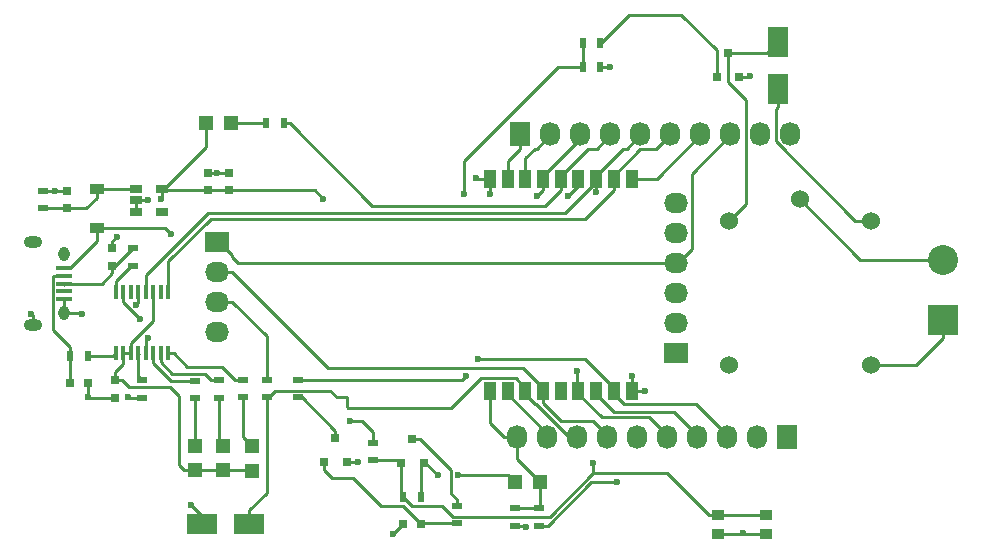
<source format=gbr>
G04 #@! TF.FileFunction,Copper,L1,Top,Signal*
%FSLAX46Y46*%
G04 Gerber Fmt 4.6, Leading zero omitted, Abs format (unit mm)*
G04 Created by KiCad (PCBNEW 4.0.2-4+6225~38~ubuntu15.10.1-stable) date Sat 09 Apr 2016 11:14:47 AM CDT*
%MOMM*%
G01*
G04 APERTURE LIST*
%ADD10C,0.100000*%
%ADD11R,1.800860X2.499360*%
%ADD12R,1.198880X1.198880*%
%ADD13R,1.000000X1.500000*%
%ADD14R,0.400000X1.200000*%
%ADD15R,1.727200X2.032000*%
%ADD16O,1.727200X2.032000*%
%ADD17R,1.060000X0.650000*%
%ADD18R,0.900000X0.500000*%
%ADD19R,0.750000X0.800000*%
%ADD20R,0.800000X0.750000*%
%ADD21R,2.032000X1.727200*%
%ADD22O,2.032000X1.727200*%
%ADD23R,1.350000X0.400000*%
%ADD24O,0.950000X1.250000*%
%ADD25O,1.550000X1.000000*%
%ADD26R,2.540000X2.540000*%
%ADD27C,2.540000*%
%ADD28R,0.800100X0.800100*%
%ADD29R,0.500000X0.900000*%
%ADD30C,1.524000*%
%ADD31R,1.000000X0.900000*%
%ADD32R,1.220000X0.910000*%
%ADD33R,2.499360X1.800860*%
%ADD34C,0.600000*%
%ADD35C,0.250000*%
%ADD36C,0.127000*%
G04 APERTURE END LIST*
D10*
D11*
X173440000Y-52378980D03*
X173440000Y-48381020D03*
D12*
X125040000Y-55280000D03*
X127138040Y-55280000D03*
D13*
X152046000Y-59966000D03*
X150546000Y-59966000D03*
X149046000Y-59966000D03*
X153546000Y-59966000D03*
X155046000Y-59966000D03*
X156546000Y-59966000D03*
X161046000Y-59966000D03*
X159546000Y-59966000D03*
X158046000Y-59966000D03*
X158046000Y-77966000D03*
X159546000Y-77966000D03*
X161046000Y-77966000D03*
X156546000Y-77966000D03*
X155046000Y-77966000D03*
X153546000Y-77966000D03*
X149046000Y-77966000D03*
X150546000Y-77966000D03*
X152046000Y-77966000D03*
D14*
X121812500Y-69562000D03*
X121177500Y-69562000D03*
X120542500Y-69562000D03*
X119907500Y-69562000D03*
X119272500Y-69562000D03*
X118637500Y-69562000D03*
X118002500Y-69562000D03*
X117367500Y-69562000D03*
X117367500Y-74762000D03*
X118002500Y-74762000D03*
X118637500Y-74762000D03*
X119272500Y-74762000D03*
X119907500Y-74762000D03*
X120542500Y-74762000D03*
X121177500Y-74762000D03*
X121812500Y-74762000D03*
D15*
X174200000Y-81814000D03*
D16*
X171660000Y-81814000D03*
X169120000Y-81814000D03*
X166580000Y-81814000D03*
X164040000Y-81814000D03*
X161500000Y-81814000D03*
X158960000Y-81814000D03*
X156420000Y-81814000D03*
X153880000Y-81814000D03*
X151340000Y-81814000D03*
D12*
X124040000Y-84674040D03*
X124040000Y-82576000D03*
D17*
X119082000Y-60864000D03*
X119082000Y-61814000D03*
X119082000Y-62764000D03*
X121282000Y-62764000D03*
X121282000Y-60864000D03*
D18*
X118828000Y-67336000D03*
X118828000Y-65836000D03*
D19*
X125178000Y-59474000D03*
X125178000Y-60974000D03*
X126956000Y-59474000D03*
X126956000Y-60974000D03*
D20*
X143212000Y-89180000D03*
X141712000Y-89180000D03*
X113506000Y-77242000D03*
X115006000Y-77242000D03*
D19*
X117050000Y-67336000D03*
X117050000Y-65836000D03*
D12*
X153289020Y-85680000D03*
X151190980Y-85680000D03*
X126440000Y-84678040D03*
X126440000Y-82580000D03*
X128940000Y-84729020D03*
X128940000Y-82630980D03*
D21*
X164802000Y-74702000D03*
D22*
X164802000Y-72162000D03*
X164802000Y-69622000D03*
X164802000Y-67082000D03*
X164802000Y-64542000D03*
X164802000Y-62002000D03*
D15*
X151594000Y-56160000D03*
D16*
X154134000Y-56160000D03*
X156674000Y-56160000D03*
X159214000Y-56160000D03*
X161754000Y-56160000D03*
X164294000Y-56160000D03*
X166834000Y-56160000D03*
X169374000Y-56160000D03*
X171914000Y-56160000D03*
X174454000Y-56160000D03*
D23*
X113024540Y-67559100D03*
X113024540Y-68209100D03*
X113024540Y-68859100D03*
X113024540Y-69509100D03*
X113024540Y-70159100D03*
D24*
X113024540Y-66359100D03*
X113024540Y-71359100D03*
D25*
X110324540Y-65359100D03*
X110324540Y-72359100D03*
D26*
X187408000Y-71908000D03*
D27*
X187408000Y-66828000D03*
D28*
X168236000Y-51334000D03*
X170136000Y-51334000D03*
X169186000Y-49335020D03*
X135016000Y-83962000D03*
X136916000Y-83962000D03*
X135966000Y-81963020D03*
X141540000Y-84034000D03*
X143440000Y-84034000D03*
X142490000Y-82035020D03*
D18*
X153240000Y-87880000D03*
X153240000Y-89380000D03*
D29*
X156890000Y-50480000D03*
X158390000Y-50480000D03*
D18*
X111208000Y-62498000D03*
X111208000Y-60998000D03*
X130140000Y-76980000D03*
X130140000Y-78480000D03*
X151140000Y-89380000D03*
X151140000Y-87880000D03*
X146260000Y-87656000D03*
X146260000Y-89156000D03*
D29*
X143212000Y-86894000D03*
X141712000Y-86894000D03*
X130090000Y-55280000D03*
X131590000Y-55280000D03*
D18*
X132798000Y-77000000D03*
X132798000Y-78500000D03*
D29*
X114994000Y-74956000D03*
X113494000Y-74956000D03*
D18*
X126140000Y-78512000D03*
X126140000Y-77012000D03*
D29*
X156890000Y-48480000D03*
X158390000Y-48480000D03*
D18*
X124040000Y-78580000D03*
X124040000Y-77080000D03*
X139140000Y-83830000D03*
X139140000Y-82330000D03*
X128140000Y-78480000D03*
X128140000Y-76980000D03*
D30*
X181312000Y-63526000D03*
X181312000Y-75726000D03*
X169312000Y-75726000D03*
X169312000Y-63526000D03*
X175312000Y-61726000D03*
D31*
X168322000Y-88418000D03*
X168322000Y-90018000D03*
X172422000Y-88418000D03*
X172422000Y-90018000D03*
D18*
X119590000Y-78512000D03*
X119590000Y-77012000D03*
D21*
X125940000Y-65304000D03*
D22*
X125940000Y-67844000D03*
X125940000Y-70384000D03*
X125940000Y-72924000D03*
D19*
X113240000Y-62498000D03*
X113240000Y-60998000D03*
X117304000Y-77012000D03*
X117304000Y-78512000D03*
D32*
X115790000Y-60845000D03*
X115790000Y-64115000D03*
D33*
X128688980Y-89180000D03*
X124691020Y-89180000D03*
D34*
X123740000Y-87580000D03*
X159240000Y-50480000D03*
X171040000Y-51280000D03*
X149040000Y-61280000D03*
X147840000Y-59880000D03*
X155640000Y-61480000D03*
X162140000Y-77980000D03*
X161040000Y-76680000D03*
X170440000Y-89980000D03*
X137840000Y-83980000D03*
X140840000Y-90080000D03*
X115040000Y-78480000D03*
X117440000Y-64880000D03*
X120110000Y-61820000D03*
X114510000Y-71400000D03*
X110192000Y-71400000D03*
X125940000Y-59462000D03*
X112224000Y-60986000D03*
X119082000Y-70638000D03*
X120098000Y-73432000D03*
X153040000Y-61480000D03*
X157740000Y-84080000D03*
X122040000Y-64680000D03*
X148040000Y-75280000D03*
X147040000Y-76680000D03*
X159840000Y-85680000D03*
X156440000Y-76280000D03*
X146840000Y-61280000D03*
X118440000Y-78480000D03*
X121240000Y-61680000D03*
X134940000Y-61680000D03*
X158040000Y-61080000D03*
X152140000Y-89480000D03*
X146340000Y-85080000D03*
X144640000Y-85080000D03*
X137240000Y-80480000D03*
X119440000Y-71880000D03*
D35*
X115780000Y-60875000D02*
X119071000Y-60875000D01*
X119071000Y-60875000D02*
X119082000Y-60864000D01*
X113240000Y-62498000D02*
X114862000Y-62498000D01*
X114862000Y-62498000D02*
X115780000Y-61580000D01*
X115780000Y-61580000D02*
X115780000Y-60875000D01*
X111208000Y-62498000D02*
X113240000Y-62498000D01*
X124691020Y-89180000D02*
X124691020Y-88531020D01*
X124691020Y-88531020D02*
X123740000Y-87580000D01*
X158390000Y-50480000D02*
X159240000Y-50480000D01*
X170136000Y-51334000D02*
X170986000Y-51334000D01*
X170986000Y-51334000D02*
X171040000Y-51280000D01*
X149046000Y-59966000D02*
X149046000Y-61274000D01*
X149046000Y-61274000D02*
X149040000Y-61280000D01*
X149046000Y-59966000D02*
X147926000Y-59966000D01*
X147926000Y-59966000D02*
X147840000Y-59880000D01*
X156546000Y-59966000D02*
X156546000Y-60574000D01*
X156546000Y-60574000D02*
X155640000Y-61480000D01*
X161046000Y-77966000D02*
X162126000Y-77966000D01*
X162126000Y-77966000D02*
X162140000Y-77980000D01*
X161046000Y-77966000D02*
X161046000Y-76686000D01*
X161046000Y-76686000D02*
X161040000Y-76680000D01*
X172422000Y-90018000D02*
X170478000Y-90018000D01*
X170478000Y-90018000D02*
X170440000Y-89980000D01*
X168322000Y-90018000D02*
X170402000Y-90018000D01*
X170402000Y-90018000D02*
X170440000Y-89980000D01*
X136916000Y-83962000D02*
X137822000Y-83962000D01*
X137822000Y-83962000D02*
X137840000Y-83980000D01*
X141712000Y-89180000D02*
X141712000Y-89208000D01*
X141712000Y-89208000D02*
X140840000Y-90080000D01*
X117304000Y-78512000D02*
X115072000Y-78512000D01*
X115072000Y-78512000D02*
X115040000Y-78480000D01*
X115006000Y-77242000D02*
X115006000Y-78446000D01*
X115006000Y-78446000D02*
X115040000Y-78480000D01*
X117050000Y-65836000D02*
X117050000Y-65270000D01*
X117050000Y-65270000D02*
X117440000Y-64880000D01*
X119082000Y-61814000D02*
X120104000Y-61814000D01*
X120104000Y-61814000D02*
X120110000Y-61820000D01*
X119082000Y-61814000D02*
X119082000Y-62764000D01*
X113024540Y-71359100D02*
X114469100Y-71359100D01*
X114469100Y-71359100D02*
X114510000Y-71400000D01*
X110324540Y-72359100D02*
X110324540Y-71532540D01*
X110324540Y-71532540D02*
X110192000Y-71400000D01*
X111008000Y-60998000D02*
X111208000Y-60998000D01*
X113024540Y-70159100D02*
X113024540Y-71359100D01*
X126956000Y-59474000D02*
X125952000Y-59474000D01*
X125952000Y-59474000D02*
X125940000Y-59462000D01*
X125178000Y-59474000D02*
X125928000Y-59474000D01*
X125928000Y-59474000D02*
X125940000Y-59462000D01*
X113240000Y-60998000D02*
X112236000Y-60998000D01*
X112236000Y-60998000D02*
X112224000Y-60986000D01*
X111208000Y-60998000D02*
X112212000Y-60998000D01*
X112212000Y-60998000D02*
X112224000Y-60986000D01*
X119272500Y-69562000D02*
X119272500Y-70447500D01*
X119272500Y-70447500D02*
X119082000Y-70638000D01*
X119907500Y-74762000D02*
X119907500Y-73622500D01*
X119907500Y-73622500D02*
X120098000Y-73432000D01*
X145899997Y-88580999D02*
X154102591Y-88580999D01*
X144987999Y-87669001D02*
X145899997Y-88580999D01*
X142487001Y-87669001D02*
X144987999Y-87669001D01*
X141712000Y-86894000D02*
X142487001Y-87669001D01*
X154102591Y-88580999D02*
X157803590Y-84880000D01*
X153546000Y-59966000D02*
X153546000Y-60974000D01*
X153546000Y-60974000D02*
X153040000Y-61480000D01*
X156674000Y-56160000D02*
X156674000Y-56588000D01*
X156674000Y-56588000D02*
X153546000Y-59716000D01*
X153546000Y-59716000D02*
X153546000Y-59966000D01*
X157740000Y-84080000D02*
X157740000Y-84504264D01*
X157740000Y-84504264D02*
X157803590Y-84567854D01*
X157803590Y-84567854D02*
X157803590Y-84880000D01*
X164034000Y-84880000D02*
X167572000Y-88418000D01*
X167572000Y-88418000D02*
X168322000Y-88418000D01*
X157803590Y-84880000D02*
X164034000Y-84880000D01*
X168322000Y-88418000D02*
X172422000Y-88418000D01*
X141540000Y-84034000D02*
X141540000Y-86722000D01*
X141540000Y-86722000D02*
X141712000Y-86894000D01*
X139140000Y-83830000D02*
X141336000Y-83830000D01*
X141336000Y-83830000D02*
X141540000Y-84034000D01*
X141712000Y-84206000D02*
X141540000Y-84034000D01*
X159546000Y-59966000D02*
X159546000Y-59716000D01*
X164294000Y-56312400D02*
X164294000Y-56160000D01*
X159546000Y-59716000D02*
X161760990Y-57501010D01*
X161760990Y-57501010D02*
X163105390Y-57501010D01*
X163105390Y-57501010D02*
X164294000Y-56312400D01*
X159546000Y-60966000D02*
X159546000Y-59966000D01*
X157132000Y-63380000D02*
X159546000Y-60966000D01*
X125399398Y-63380000D02*
X157132000Y-63380000D01*
X121812500Y-69562000D02*
X121812500Y-66966898D01*
X121812500Y-66966898D02*
X125399398Y-63380000D01*
X164802000Y-67082000D02*
X164954400Y-67082000D01*
X164954400Y-67082000D02*
X166143010Y-65893390D01*
X166143010Y-65893390D02*
X166143010Y-59543390D01*
X166143010Y-59543390D02*
X169374000Y-56312400D01*
X169374000Y-56312400D02*
X169374000Y-56160000D01*
X164802000Y-67082000D02*
X127718000Y-67082000D01*
X126092400Y-65304000D02*
X125940000Y-65304000D01*
X127718000Y-67082000D02*
X127206000Y-66570000D01*
X127206000Y-66570000D02*
X127206000Y-66417600D01*
X127206000Y-66417600D02*
X126092400Y-65304000D01*
X115780000Y-64145000D02*
X121505000Y-64145000D01*
X121505000Y-64145000D02*
X122040000Y-64680000D01*
X113024540Y-67559100D02*
X113499540Y-67559100D01*
X113499540Y-67559100D02*
X115780000Y-65278640D01*
X115780000Y-65278640D02*
X115780000Y-64850000D01*
X115780000Y-64850000D02*
X115780000Y-64145000D01*
X127138040Y-55280000D02*
X127987480Y-55280000D01*
X127987480Y-55280000D02*
X130090000Y-55280000D01*
X137440000Y-85280000D02*
X135683950Y-85280000D01*
X135683950Y-85280000D02*
X135016000Y-84612050D01*
X135016000Y-84612050D02*
X135016000Y-83962000D01*
X139829001Y-87669001D02*
X137440000Y-85280000D01*
X143187000Y-89180000D02*
X141676001Y-87669001D01*
X141676001Y-87669001D02*
X139829001Y-87669001D01*
X146260000Y-89156000D02*
X143236000Y-89156000D01*
X143236000Y-89156000D02*
X143212000Y-89180000D01*
D36*
X146236000Y-89180000D02*
X146260000Y-89156000D01*
X143187000Y-89180000D02*
X143212000Y-89180000D01*
D35*
X169186000Y-49335020D02*
X172486000Y-49335020D01*
X172486000Y-49335020D02*
X173440000Y-48381020D01*
X169312000Y-63526000D02*
X170725390Y-62112610D01*
X170725390Y-62112610D02*
X170725390Y-53308492D01*
X169186000Y-51769102D02*
X169186000Y-49985070D01*
X170725390Y-53308492D02*
X169186000Y-51769102D01*
X169186000Y-49985070D02*
X169186000Y-49335020D01*
X173440000Y-52378980D02*
X173440000Y-53878660D01*
X173440000Y-53878660D02*
X173265390Y-54053270D01*
X173265390Y-54053270D02*
X173265390Y-56804738D01*
X173265390Y-56804738D02*
X179986652Y-63526000D01*
X179986652Y-63526000D02*
X180234370Y-63526000D01*
X180234370Y-63526000D02*
X181312000Y-63526000D01*
X181312000Y-75726000D02*
X185110000Y-75726000D01*
X187408000Y-73428000D02*
X187408000Y-71908000D01*
X185110000Y-75726000D02*
X187408000Y-73428000D01*
X175312000Y-61726000D02*
X180414000Y-66828000D01*
X180414000Y-66828000D02*
X187408000Y-66828000D01*
X158390000Y-48480000D02*
X158440000Y-48480000D01*
X158440000Y-48480000D02*
X160840000Y-46080000D01*
X160840000Y-46080000D02*
X165240000Y-46080000D01*
X165240000Y-46080000D02*
X168236000Y-49076000D01*
X168236000Y-49076000D02*
X168236000Y-51334000D01*
X151594000Y-56160000D02*
X151594000Y-57426000D01*
X151594000Y-57426000D02*
X150546000Y-58474000D01*
X150546000Y-58474000D02*
X150546000Y-58966000D01*
X150546000Y-58966000D02*
X150546000Y-59966000D01*
X131590000Y-55280000D02*
X132090000Y-55280000D01*
X132090000Y-55280000D02*
X139090000Y-62280000D01*
X155046000Y-60966000D02*
X155046000Y-59966000D01*
X139090000Y-62280000D02*
X153732000Y-62280000D01*
X153732000Y-62280000D02*
X155046000Y-60966000D01*
X155046000Y-59966000D02*
X155046000Y-59716000D01*
X155046000Y-59716000D02*
X157336000Y-57426000D01*
X157336000Y-57426000D02*
X158100400Y-57426000D01*
X158100400Y-57426000D02*
X159214000Y-56312400D01*
X159214000Y-56312400D02*
X159214000Y-56160000D01*
X161046000Y-59966000D02*
X163180400Y-59966000D01*
X163180400Y-59966000D02*
X166834000Y-56312400D01*
X166834000Y-56312400D02*
X166834000Y-56160000D01*
X159546000Y-77716000D02*
X157110000Y-75280000D01*
X157110000Y-75280000D02*
X148040000Y-75280000D01*
X159546000Y-77966000D02*
X159546000Y-77716000D01*
X132798000Y-77000000D02*
X146720000Y-77000000D01*
X146720000Y-77000000D02*
X147040000Y-76680000D01*
X169120000Y-81661600D02*
X166499401Y-79041001D01*
X169120000Y-81814000D02*
X169120000Y-81661600D01*
X166499401Y-79041001D02*
X160371001Y-79041001D01*
X160371001Y-79041001D02*
X159546000Y-78216000D01*
X159546000Y-78216000D02*
X159546000Y-77966000D01*
X153940000Y-89380000D02*
X157640000Y-85680000D01*
X153240000Y-89380000D02*
X153940000Y-89380000D01*
X157640000Y-85680000D02*
X159840000Y-85680000D01*
X158046000Y-78216000D02*
X158046000Y-77966000D01*
X159560011Y-79730011D02*
X158046000Y-78216000D01*
X164648411Y-79730011D02*
X159560011Y-79730011D01*
X166580000Y-81661600D02*
X164648411Y-79730011D01*
X166580000Y-81814000D02*
X166580000Y-81661600D01*
X156440000Y-76280000D02*
X156440000Y-77860000D01*
X156440000Y-77860000D02*
X156546000Y-77966000D01*
X156890000Y-50480000D02*
X154809398Y-50480000D01*
X154809398Y-50480000D02*
X146840000Y-58449398D01*
X146840000Y-58449398D02*
X146840000Y-61280000D01*
X156890000Y-48480000D02*
X156890000Y-50480000D01*
X156640000Y-77872000D02*
X156546000Y-77966000D01*
X156546000Y-78216000D02*
X156546000Y-77966000D01*
X164040000Y-81661600D02*
X162558422Y-80180022D01*
X158510022Y-80180022D02*
X156546000Y-78216000D01*
X164040000Y-81814000D02*
X164040000Y-81661600D01*
X162558422Y-80180022D02*
X158510022Y-80180022D01*
X153546000Y-77966000D02*
X153546000Y-78966000D01*
X155052990Y-80472990D02*
X157771390Y-80472990D01*
X153546000Y-78966000D02*
X155052990Y-80472990D01*
X157771390Y-80472990D02*
X158960000Y-81661600D01*
X158960000Y-81661600D02*
X158960000Y-81814000D01*
X135342000Y-75980000D02*
X151810000Y-75980000D01*
X151810000Y-75980000D02*
X153546000Y-77716000D01*
X153546000Y-77716000D02*
X153546000Y-77966000D01*
X125940000Y-67844000D02*
X127206000Y-67844000D01*
X127206000Y-67844000D02*
X135342000Y-75980000D01*
X153289020Y-85680000D02*
X153289020Y-87830980D01*
X153289020Y-87830980D02*
X153240000Y-87880000D01*
X151340000Y-81814000D02*
X151340000Y-83730980D01*
X151340000Y-83730980D02*
X153289020Y-85680000D01*
X126956000Y-60974000D02*
X134234000Y-60974000D01*
X134234000Y-60974000D02*
X134940000Y-61680000D01*
X125040000Y-55280000D02*
X125040000Y-57311000D01*
X125040000Y-57311000D02*
X121487000Y-60864000D01*
X121487000Y-60864000D02*
X121282000Y-60864000D01*
X121282000Y-60864000D02*
X121282000Y-61638000D01*
X118472000Y-78512000D02*
X119590000Y-78512000D01*
X118440000Y-78480000D02*
X118472000Y-78512000D01*
X121282000Y-61638000D02*
X121240000Y-61680000D01*
X151140000Y-87880000D02*
X153240000Y-87880000D01*
X151140000Y-82014000D02*
X151340000Y-81814000D01*
X134862520Y-61680000D02*
X134940000Y-61680000D01*
X151340000Y-81814000D02*
X150226400Y-81814000D01*
X150226400Y-81814000D02*
X149046000Y-80633600D01*
X149046000Y-80633600D02*
X149046000Y-78966000D01*
X149046000Y-78966000D02*
X149046000Y-77966000D01*
X121240000Y-60906000D02*
X121282000Y-60864000D01*
X125178000Y-60974000D02*
X121392000Y-60974000D01*
X121392000Y-60974000D02*
X121282000Y-60864000D01*
X126956000Y-60974000D02*
X125178000Y-60974000D01*
X158046000Y-59966000D02*
X158046000Y-59716000D01*
X158046000Y-59716000D02*
X160336000Y-57426000D01*
X160336000Y-57426000D02*
X160640400Y-57426000D01*
X160640400Y-57426000D02*
X161754000Y-56312400D01*
X161754000Y-56312400D02*
X161754000Y-56160000D01*
X158040000Y-61080000D02*
X158040000Y-59972000D01*
X158040000Y-59972000D02*
X158046000Y-59966000D01*
X158046000Y-60216000D02*
X158046000Y-59966000D01*
X125140000Y-62880000D02*
X155382000Y-62880000D01*
X155382000Y-62880000D02*
X158046000Y-60216000D01*
X119907500Y-68112500D02*
X125140000Y-62880000D01*
X119907500Y-69562000D02*
X119907500Y-68112500D01*
X152046000Y-59966000D02*
X152046000Y-58248000D01*
X152046000Y-58248000D02*
X152868000Y-57426000D01*
X152868000Y-57426000D02*
X153020400Y-57426000D01*
X153020400Y-57426000D02*
X154134000Y-56312400D01*
X154134000Y-56312400D02*
X154134000Y-56160000D01*
X151140000Y-89380000D02*
X152040000Y-89380000D01*
X152040000Y-89380000D02*
X152140000Y-89480000D01*
X153880000Y-81814000D02*
X153880000Y-81550000D01*
X153880000Y-81550000D02*
X150546000Y-78216000D01*
X150546000Y-78216000D02*
X150546000Y-77966000D01*
X128688980Y-89180000D02*
X128688980Y-88029570D01*
X128688980Y-88029570D02*
X130140000Y-86578550D01*
X130140000Y-86578550D02*
X130140000Y-78980000D01*
X130140000Y-78980000D02*
X130140000Y-78480000D01*
X136941960Y-78480000D02*
X136941960Y-79329440D01*
X148285999Y-76890999D02*
X151220999Y-76890999D01*
X136941960Y-79329440D02*
X137016961Y-79404441D01*
X137016961Y-79404441D02*
X145772557Y-79404441D01*
X151220999Y-76890999D02*
X152046000Y-77716000D01*
X145772557Y-79404441D02*
X148285999Y-76890999D01*
X152046000Y-77716000D02*
X152046000Y-77966000D01*
X130140000Y-78480000D02*
X130340000Y-78480000D01*
X130340000Y-78480000D02*
X130895001Y-77924999D01*
X130895001Y-77924999D02*
X135537519Y-77924999D01*
X135537519Y-77924999D02*
X136092520Y-78480000D01*
X136092520Y-78480000D02*
X136941960Y-78480000D01*
X156420000Y-81814000D02*
X155713348Y-81814000D01*
X152046000Y-78216000D02*
X152046000Y-77966000D01*
X155713348Y-81814000D02*
X152940349Y-79041001D01*
X152940349Y-79041001D02*
X152871001Y-79041001D01*
X152871001Y-79041001D02*
X152046000Y-78216000D01*
X113494000Y-74956000D02*
X113494000Y-74256000D01*
X113494000Y-74256000D02*
X112024539Y-72786539D01*
X112024539Y-72786539D02*
X112024539Y-68284101D01*
X112024539Y-68284101D02*
X112099540Y-68209100D01*
X112099540Y-68209100D02*
X113024540Y-68209100D01*
X113506000Y-77242000D02*
X113506000Y-74968000D01*
X113506000Y-74968000D02*
X113494000Y-74956000D01*
X117050000Y-67336000D02*
X117328000Y-67336000D01*
X117328000Y-67336000D02*
X118828000Y-65836000D01*
X117050000Y-67336000D02*
X117050000Y-67986000D01*
X117050000Y-67986000D02*
X116176900Y-68859100D01*
X116176900Y-68859100D02*
X113949540Y-68859100D01*
X113949540Y-68859100D02*
X113024540Y-68859100D01*
X113024540Y-68859100D02*
X113024540Y-68984099D01*
X126440000Y-84678040D02*
X128889020Y-84678040D01*
X128889020Y-84678040D02*
X128940000Y-84729020D01*
X124040000Y-84674040D02*
X126436000Y-84674040D01*
X126436000Y-84674040D02*
X126440000Y-84678040D01*
X117304000Y-77012000D02*
X117929000Y-77012000D01*
X117929000Y-77012000D02*
X118504001Y-77587001D01*
X118504001Y-77587001D02*
X121982003Y-77587001D01*
X121982003Y-77587001D02*
X122740000Y-78344998D01*
X122740000Y-78344998D02*
X122740000Y-84223480D01*
X122740000Y-84223480D02*
X123190560Y-84674040D01*
X123190560Y-84674040D02*
X124040000Y-84674040D01*
X118637500Y-74762000D02*
X118637500Y-73912000D01*
X120542500Y-72007000D02*
X120542500Y-70412000D01*
X118637500Y-73912000D02*
X120542500Y-72007000D01*
X120542500Y-70412000D02*
X120542500Y-69562000D01*
X118002500Y-74762000D02*
X118637500Y-74762000D01*
X117304000Y-77012000D02*
X117304000Y-76362000D01*
X117304000Y-76362000D02*
X118002500Y-75663500D01*
X118002500Y-75663500D02*
X118002500Y-75612000D01*
X118002500Y-75612000D02*
X118002500Y-74762000D01*
X146340000Y-85080000D02*
X150590980Y-85080000D01*
X150590980Y-85080000D02*
X151190980Y-85680000D01*
X143440000Y-84034000D02*
X143594000Y-84034000D01*
X143594000Y-84034000D02*
X144640000Y-85080000D01*
X143212000Y-86894000D02*
X143212000Y-84262000D01*
X143212000Y-84262000D02*
X143440000Y-84034000D01*
X126140000Y-78512000D02*
X126140000Y-82280000D01*
X126140000Y-82280000D02*
X126440000Y-82580000D01*
X124040000Y-78580000D02*
X124040000Y-79080000D01*
X124040000Y-79080000D02*
X124040000Y-82576000D01*
X128140000Y-78480000D02*
X128140000Y-81830980D01*
X128140000Y-81830980D02*
X128940000Y-82630980D01*
X132798000Y-78500000D02*
X133153030Y-78500000D01*
X133153030Y-78500000D02*
X135966000Y-81312970D01*
X135966000Y-81312970D02*
X135966000Y-81963020D01*
X145714999Y-86610999D02*
X146260000Y-87156000D01*
X145714999Y-84609969D02*
X145714999Y-86610999D01*
X143140050Y-82035020D02*
X145714999Y-84609969D01*
X142490000Y-82035020D02*
X143140050Y-82035020D01*
X146260000Y-87156000D02*
X146260000Y-87656000D01*
X125940000Y-70384000D02*
X127206000Y-70384000D01*
X127206000Y-70384000D02*
X130140000Y-73318000D01*
X130140000Y-73318000D02*
X130140000Y-76480000D01*
X130140000Y-76480000D02*
X130140000Y-76980000D01*
X114994000Y-74956000D02*
X117173500Y-74956000D01*
X117173500Y-74956000D02*
X117367500Y-74762000D01*
X117292000Y-74837500D02*
X117367500Y-74762000D01*
X118828000Y-67336000D02*
X118628000Y-67336000D01*
X118628000Y-67336000D02*
X117367500Y-68596500D01*
X117367500Y-68596500D02*
X117367500Y-68712000D01*
X117367500Y-68712000D02*
X117367500Y-69562000D01*
X122145498Y-76480000D02*
X124908000Y-76480000D01*
X124908000Y-76480000D02*
X125440000Y-77012000D01*
X125440000Y-77012000D02*
X126140000Y-77012000D01*
X121177500Y-74762000D02*
X121177500Y-75512002D01*
X121177500Y-75512002D02*
X122145498Y-76480000D01*
X120542500Y-74762000D02*
X120542500Y-75612000D01*
X120542500Y-75612000D02*
X122010500Y-77080000D01*
X122010500Y-77080000D02*
X123340000Y-77080000D01*
X123340000Y-77080000D02*
X124040000Y-77080000D01*
X138240000Y-80480000D02*
X139140000Y-81380000D01*
X139140000Y-81380000D02*
X139140000Y-82330000D01*
X137240000Y-80480000D02*
X138240000Y-80480000D01*
X118002500Y-69562000D02*
X118002500Y-70442500D01*
X118002500Y-70442500D02*
X119440000Y-71880000D01*
X123380500Y-75880000D02*
X126340000Y-75880000D01*
X126340000Y-75880000D02*
X127440000Y-76980000D01*
X127440000Y-76980000D02*
X128140000Y-76980000D01*
X121812500Y-74762000D02*
X122262500Y-74762000D01*
X122262500Y-74762000D02*
X123380500Y-75880000D01*
X119590000Y-77012000D02*
X119272500Y-76694500D01*
X119272500Y-76694500D02*
X119272500Y-74762000D01*
X119360000Y-74849500D02*
X119272500Y-74762000D01*
M02*

</source>
